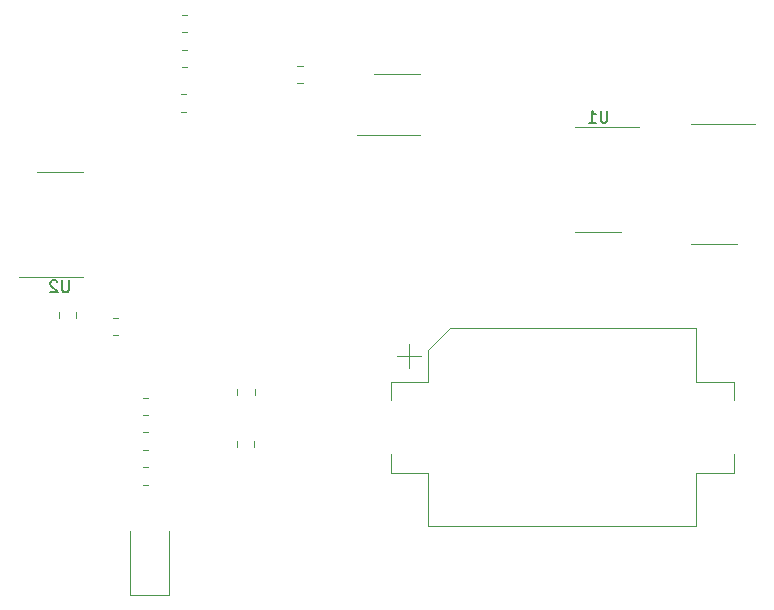
<source format=gbr>
%TF.GenerationSoftware,KiCad,Pcbnew,(5.1.8)-1*%
%TF.CreationDate,2021-03-12T13:42:17+01:00*%
%TF.ProjectId,AP,41502e6b-6963-4616-945f-706362585858,rev?*%
%TF.SameCoordinates,Original*%
%TF.FileFunction,Legend,Bot*%
%TF.FilePolarity,Positive*%
%FSLAX46Y46*%
G04 Gerber Fmt 4.6, Leading zero omitted, Abs format (unit mm)*
G04 Created by KiCad (PCBNEW (5.1.8)-1) date 2021-03-12 13:42:17*
%MOMM*%
%LPD*%
G01*
G04 APERTURE LIST*
%ADD10C,0.120000*%
%ADD11C,0.150000*%
G04 APERTURE END LIST*
D10*
%TO.C,RTC1*%
X168910000Y-82570000D02*
X165460000Y-82570000D01*
X168910000Y-82570000D02*
X170860000Y-82570000D01*
X168910000Y-77450000D02*
X166960000Y-77450000D01*
X168910000Y-77450000D02*
X170860000Y-77450000D01*
%TO.C,RI2c2*%
X160427936Y-76735000D02*
X160882064Y-76735000D01*
X160427936Y-78205000D02*
X160882064Y-78205000D01*
%TO.C,RI2c1*%
X150547336Y-79148000D02*
X151001464Y-79148000D01*
X150547336Y-80618000D02*
X151001464Y-80618000D01*
%TO.C,Rec3*%
X150677337Y-72397999D02*
X151131465Y-72397999D01*
X150677337Y-73867999D02*
X151131465Y-73867999D01*
%TO.C,Rec2*%
X144806936Y-98071000D02*
X145261064Y-98071000D01*
X144806936Y-99541000D02*
X145261064Y-99541000D01*
%TO.C,Rec1*%
X150677337Y-75347999D02*
X151131465Y-75347999D01*
X150677337Y-76817999D02*
X151131465Y-76817999D01*
%TO.C,R4*%
X147330737Y-104813999D02*
X147784865Y-104813999D01*
X147330737Y-106283999D02*
X147784865Y-106283999D01*
%TO.C,R3*%
X147330737Y-107763999D02*
X147784865Y-107763999D01*
X147330737Y-109233999D02*
X147784865Y-109233999D01*
%TO.C,R2*%
X147330737Y-110713999D02*
X147784865Y-110713999D01*
X147330737Y-112183999D02*
X147784865Y-112183999D01*
%TO.C,R1*%
X155354999Y-104571463D02*
X155354999Y-104117335D01*
X156824999Y-104571463D02*
X156824999Y-104117335D01*
%TO.C,Dioda1*%
X149605000Y-121510000D02*
X149605000Y-116110000D01*
X146305000Y-121510000D02*
X146305000Y-116110000D01*
X149605000Y-121510000D02*
X146305000Y-121510000D01*
%TO.C,Demultiplexor1*%
X195707000Y-81681000D02*
X199157000Y-81681000D01*
X195707000Y-81681000D02*
X193757000Y-81681000D01*
X195707000Y-91801000D02*
X197657000Y-91801000D01*
X195707000Y-91801000D02*
X193757000Y-91801000D01*
%TO.C,C2*%
X140235000Y-98051252D02*
X140235000Y-97528748D01*
X141705000Y-98051252D02*
X141705000Y-97528748D01*
%TO.C,C1*%
X155324999Y-109035651D02*
X155324999Y-108513147D01*
X156794999Y-109035651D02*
X156794999Y-108513147D01*
%TO.C,Baterie1*%
X170880000Y-101315000D02*
X168880000Y-101315000D01*
X169880000Y-102315000D02*
X169880000Y-100315000D01*
X194230000Y-115665000D02*
X194230000Y-111165000D01*
X171530000Y-115665000D02*
X171530000Y-111165000D01*
X171530000Y-115665000D02*
X194230000Y-115665000D01*
X197430000Y-111165000D02*
X197430000Y-109615000D01*
X194230000Y-111165000D02*
X197430000Y-111165000D01*
X168330000Y-111165000D02*
X168330000Y-109615000D01*
X171530000Y-111165000D02*
X168330000Y-111165000D01*
X168330000Y-103465000D02*
X168330000Y-105015000D01*
X171530000Y-103465000D02*
X168330000Y-103465000D01*
X173330000Y-98965000D02*
X171530000Y-100765000D01*
X171530000Y-100765000D02*
X171530000Y-103465000D01*
X194230000Y-98965000D02*
X173330000Y-98965000D01*
X194230000Y-98965000D02*
X194230000Y-103465000D01*
X197430000Y-103465000D02*
X197430000Y-105015000D01*
X194230000Y-103465000D02*
X197430000Y-103465000D01*
%TO.C,U1*%
X185928000Y-90795000D02*
X183978000Y-90795000D01*
X185928000Y-90795000D02*
X187878000Y-90795000D01*
X185928000Y-81925000D02*
X183978000Y-81925000D01*
X185928000Y-81925000D02*
X189378000Y-81925000D01*
%TO.C,U2*%
X140335000Y-94605000D02*
X136885000Y-94605000D01*
X140335000Y-94605000D02*
X142285000Y-94605000D01*
X140335000Y-85735000D02*
X138385000Y-85735000D01*
X140335000Y-85735000D02*
X142285000Y-85735000D01*
%TO.C,U1*%
D11*
X186689904Y-80532380D02*
X186689904Y-81341904D01*
X186642285Y-81437142D01*
X186594666Y-81484761D01*
X186499428Y-81532380D01*
X186308952Y-81532380D01*
X186213714Y-81484761D01*
X186166095Y-81437142D01*
X186118476Y-81341904D01*
X186118476Y-80532380D01*
X185118476Y-81532380D02*
X185689904Y-81532380D01*
X185404190Y-81532380D02*
X185404190Y-80532380D01*
X185499428Y-80675238D01*
X185594666Y-80770476D01*
X185689904Y-80818095D01*
%TO.C,U2*%
X141096904Y-94902380D02*
X141096904Y-95711904D01*
X141049285Y-95807142D01*
X141001666Y-95854761D01*
X140906428Y-95902380D01*
X140715952Y-95902380D01*
X140620714Y-95854761D01*
X140573095Y-95807142D01*
X140525476Y-95711904D01*
X140525476Y-94902380D01*
X140096904Y-94997619D02*
X140049285Y-94950000D01*
X139954047Y-94902380D01*
X139715952Y-94902380D01*
X139620714Y-94950000D01*
X139573095Y-94997619D01*
X139525476Y-95092857D01*
X139525476Y-95188095D01*
X139573095Y-95330952D01*
X140144523Y-95902380D01*
X139525476Y-95902380D01*
%TD*%
M02*

</source>
